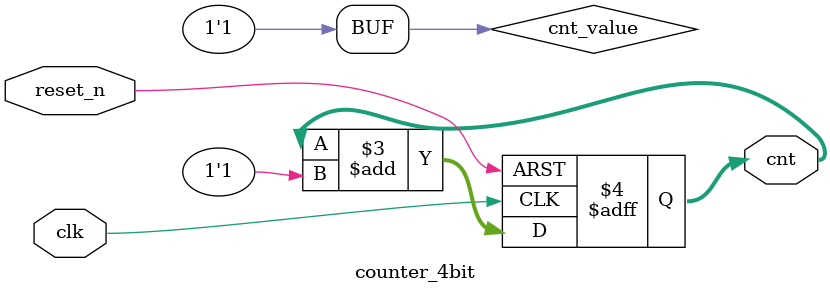
<source format=v>
module counter_4bit(

    input clk,
    input reset_n,
    output [3:0] cnt
    );
    
    reg [3:0] cnt;
    wire cnt_value = 1;
    always @ (posedge clk or negedge reset_n) begin
        if(!reset_n) begin
            cnt <= 4'b0;
        end
        else begin
            cnt <= cnt + cnt_value;
        end
    end
            
endmodule
</source>
